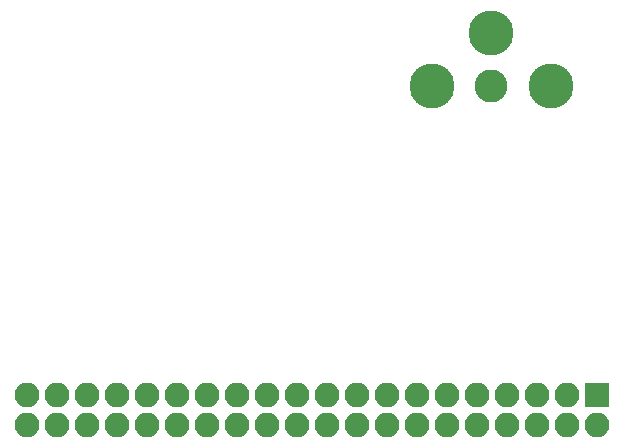
<source format=gbr>
G04 #@! TF.GenerationSoftware,KiCad,Pcbnew,(5.0.0-rc2-dev-321-g78161b592)*
G04 #@! TF.CreationDate,2018-04-15T21:01:51-04:00*
G04 #@! TF.ProjectId,VideoDACRAM,566964656F44414352414D2E6B696361,rev?*
G04 #@! TF.SameCoordinates,Original*
G04 #@! TF.FileFunction,Soldermask,Bot*
G04 #@! TF.FilePolarity,Negative*
%FSLAX46Y46*%
G04 Gerber Fmt 4.6, Leading zero omitted, Abs format (unit mm)*
G04 Created by KiCad (PCBNEW (5.0.0-rc2-dev-321-g78161b592)) date 04/15/18 21:01:51*
%MOMM*%
%LPD*%
G01*
G04 APERTURE LIST*
%ADD10C,2.800000*%
%ADD11C,3.800000*%
%ADD12R,2.100000X2.100000*%
%ADD13O,2.100000X2.100000*%
G04 APERTURE END LIST*
D10*
X129540000Y-57332000D03*
D11*
X129540000Y-52832000D03*
X134540000Y-57332000D03*
X124540000Y-57332000D03*
D12*
X138500000Y-83500000D03*
D13*
X138500000Y-86040000D03*
X135960000Y-83500000D03*
X135960000Y-86040000D03*
X133420000Y-83500000D03*
X133420000Y-86040000D03*
X130880000Y-83500000D03*
X130880000Y-86040000D03*
X128340000Y-83500000D03*
X128340000Y-86040000D03*
X125800000Y-83500000D03*
X125800000Y-86040000D03*
X123260000Y-83500000D03*
X123260000Y-86040000D03*
X120720000Y-83500000D03*
X120720000Y-86040000D03*
X118180000Y-83500000D03*
X118180000Y-86040000D03*
X115640000Y-83500000D03*
X115640000Y-86040000D03*
X113100000Y-83500000D03*
X113100000Y-86040000D03*
X110560000Y-83500000D03*
X110560000Y-86040000D03*
X108020000Y-83500000D03*
X108020000Y-86040000D03*
X105480000Y-83500000D03*
X105480000Y-86040000D03*
X102940000Y-83500000D03*
X102940000Y-86040000D03*
X100400000Y-83500000D03*
X100400000Y-86040000D03*
X97860000Y-83500000D03*
X97860000Y-86040000D03*
X95320000Y-83500000D03*
X95320000Y-86040000D03*
X92780000Y-83500000D03*
X92780000Y-86040000D03*
X90240000Y-83500000D03*
X90240000Y-86040000D03*
M02*

</source>
